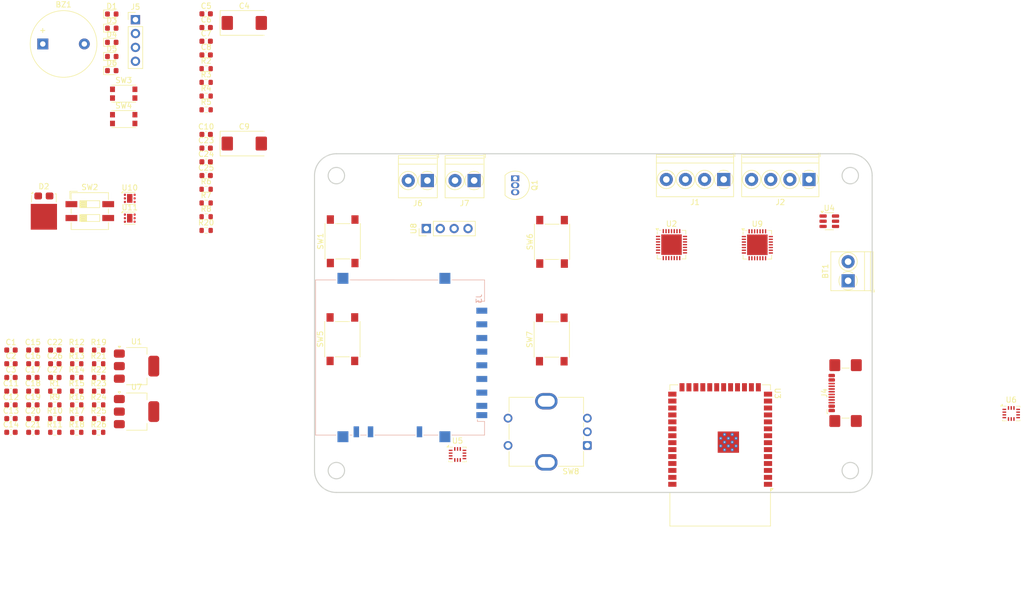
<source format=kicad_pcb>
(kicad_pcb (version 20240108) (generator "pcbnew") (generator_version "8.0")
  (layers (0 "F.Cu" signal) (31 "B.Cu" signal) (34 "B.Paste" user) (35 "F.Paste" user) (36 "B.SilkS" user "B.Silkscreen") (37 "F.SilkS" user "F.Silkscreen") (38 "B.Mask" user) (39 "F.Mask" user) (44 "Edge.Cuts" user))
  (net 0 "")
  (net 1 "VBAT")
  (net 2 "GND")
  (net 3 "/BUZZER")
  (net 4 "+3V3")
  (net 5 "Net-(U2-VCP)")
  (net 6 "Net-(U2-CPO)")
  (net 7 "Net-(U2-CPI)")
  (net 8 "Net-(U3-IO0)")
  (net 9 "/BTN_0")
  (net 10 "/BTN_1")
  (net 11 "/BTN_2")
  (net 12 "/BTN_3")
  (net 13 "/INCR_BTN")
  (net 14 "+5V")
  (net 15 "Net-(U7-VO)")
  (net 16 "Net-(U9-VCP)")
  (net 17 "Net-(U9-CPO)")
  (net 18 "Net-(U9-CPI)")
  (net 19 "Net-(C26-Pad1)")
  (net 20 "Net-(C27-Pad1)")
  (net 21 "Net-(D1-A)")
  (net 22 "Net-(D3-A)")
  (net 23 "Net-(D4-A)")
  (net 24 "Net-(D5-A)")
  (net 25 "Net-(D6-A)")
  (net 26 "/Motor Driver_L/B1")
  (net 27 "/Motor Driver_L/A2")
  (net 28 "/Motor Driver_L/A1")
  (net 29 "/Motor Driver_L/B2")
  (net 30 "/Motor Driver_R/B2")
  (net 31 "/Motor Driver_R/B1")
  (net 32 "/Motor Driver_R/A2")
  (net 33 "/Motor Driver_R/A1")
  (net 34 "/SCLK")
  (net 35 "/MISO")
  (net 36 "/CS_SD")
  (net 39 "/MOSI")
  (net 40 "/D-")
  (net 41 "/D+")
  (net 44 "/SCL")
  (net 45 "Net-(U2-BRA)")
  (net 46 "Net-(U2-BRB)")
  (net 47 "Net-(U9-BRA)")
  (net 48 "Net-(U3-EN)")
  (net 49 "/SDA")
  (net 50 "Net-(U3-IO6)")
  (net 51 "Net-(U9-BRB)")
  (net 52 "Net-(U3-IO7)")
  (net 53 "/SD_DETECT")
  (net 54 "/INCR_A")
  (net 55 "/INCR_B")
  (net 56 "/INDEX_L")
  (net 57 "/DIAG_L")
  (net 58 "/VREF")
  (net 59 "/~{EN}")
  (net 60 "/STEP_L")
  (net 61 "/DIR_L")
  (net 64 "/SPREAD")
  (net 65 "/STEP_R")
  (net 68 "/DIR_R")
  (net 69 "/DIAG_R")
  (net 70 "/Motor Driver_L/MS1_AD1")
  (net 72 "/INDEX_R")
  (net 87 "Net-(J6-Pin_1)")
  (net 88 "/LASER")
  (net 89 "Net-(BT1-+)")
  (net 90 "/Motor Driver_L/MS1_AD0")
  (footprint "Package_TO_SOT_SMD:SOT-223-3_TabPin2" (layer "F.Cu") (at 66.45 107.875)
    (property "Reference" "U1" (at 0 -4.5 0) (layer "F.SilkS"))
    (property "Value" "NCP1117-3.3_SOT223")
    (pad "1" smd roundrect (at -3.15 -2.3) (size 2 1.5) (layers "F.Cu" "F.Paste" "F.Mask") (net 2 "GND"))
    (pad "2" smd roundrect (at -3.15 0) (size 2 1.5) (layers "F.Cu" "F.Paste" "F.Mask") (net 4 "+3V3"))
    (pad "2" smd roundrect (at 3.15 0) (size 2 3.8) (layers "F.Cu" "F.Paste" "F.Mask") (net 4 "+3V3"))
    (pad "3" smd roundrect (at -3.15 2.3) (size 2 1.5) (layers "F.Cu" "F.Paste" "F.Mask") (net 14 "+5V"))
  )
  (footprint "LED_SMD:LED_0603_1608Metric" (layer "F.Cu") (at 61.92 48.6)
    (property "Reference" "D4" (at 0 -1.43 0) (layer "F.SilkS"))
    (property "Value" "LED_SD")
    (pad "1" smd roundrect (at -0.7875 0) (size 0.875 0.95) (layers "F.Cu" "F.Paste" "F.Mask") (net 2 "GND"))
    (pad "2" smd roundrect (at 0.7875 0) (size 0.875 0.95) (layers "F.Cu" "F.Paste" "F.Mask") (net 23 "Net-(D4-A)"))
  )
  (footprint "Resistor_SMD:R_0603_1608Metric" (layer "F.Cu") (at 59.52 112.46)
    (property "Reference" "R23" (at 0 -1.43 0) (layer "F.SilkS"))
    (property "Value" "1k")
    (pad "1" smd roundrect (at -0.825 0) (size 0.8 0.95) (layers "F.Cu" "F.Paste" "F.Mask") (net 24 "Net-(D5-A)"))
    (pad "2" smd roundrect (at 0.825 0) (size 0.8 0.95) (layers "F.Cu" "F.Paste" "F.Mask") (net 4 "+3V3"))
  )
  (footprint "Package_LGA:Bosch_LGA-14_3x2.5mm_P0.5mm" (layer "F.Cu") (at 125.1625 124.05)
    (property "Reference" "U5" (at 0 -2.5 0) (layer "F.SilkS"))
    (property "Value" "IMU_L")
    (pad "1" smd rect (at -1.2625 -0.75) (size 0.675 0.25) (layers "F.Cu" "F.Paste" "F.Mask") (net 2 "GND"))
    (pad "2" smd rect (at -1.2625 -0.25) (size 0.675 0.25) (layers "F.Cu" "F.Paste" "F.Mask"))
    (pad "3" smd rect (at -1.2625 0.25) (size 0.675 0.25) (layers "F.Cu" "F.Paste" "F.Mask"))
    (pad "4" smd rect (at -1.2625 0.75) (size 0.675 0.25) (layers "F.Cu" "F.Paste" "F.Mask"))
    (pad "5" smd rect (at -0.5 1.0125) (size 0.25 0.675) (layers "F.Cu" "F.Paste" "F.Mask") (net 4 "+3V3"))
    (pad "6" smd rect (at 0 1.0125) (size 0.25 0.675) (layers "F.Cu" "F.Paste" "F.Mask") (net 2 "GND"))
    (pad "7" smd rect (at 0.5 1.0125) (size 0.25 0.675) (layers "F.Cu" "F.Paste" "F.Mask") (net 2 "GND"))
    (pad "8" smd rect (at 1.2625 0.75) (size 0.675 0.25) (layers "F.Cu" "F.Paste" "F.Mask") (net 4 "+3V3"))
    (pad "9" smd rect (at 1.2625 0.25) (size 0.675 0.25) (layers "F.Cu" "F.Paste" "F.Mask"))
    (pad "10" smd rect (at 1.2625 -0.25) (size 0.675 0.25) (layers "F.Cu" "F.Paste" "F.Mask"))
    (pad "11" smd rect (at 1.2625 -0.75) (size 0.675 0.25) (layers "F.Cu" "F.Paste" "F.Mask"))
    (pad "12" smd rect (at 0.5 -1.0125) (size 0.25 0.675) (layers "F.Cu" "F.Paste" "F.Mask") (net 4 "+3V3"))
    (pad "13" smd rect (at 0 -1.0125) (size 0.25 0.675) (layers "F.Cu" "F.Paste" "F.Mask") (net 44 "/SCL"))
    (pad "14" smd rect (at -0.5 -1.0125) (size 0.25 0.675) (layers "F.Cu" "F.Paste" "F.Mask") (net 49 "/SDA"))
  )
  (footprint "Capacitor_SMD:C_0603_1608Metric" (layer "F.Cu") (at 43.48 109.95)
    (property "Reference" "C3" (at 0 -1.43 0) (layer "F.SilkS"))
    (property "Value" "100n")
    (pad "1" smd roundrect (at -0.775 0) (size 0.9 0.95) (layers "F.Cu" "F.Paste" "F.Mask") (net 4 "+3V3"))
    (pad "2" smd roundrect (at 0.775 0) (size 0.9 0.95) (layers "F.Cu" "F.Paste" "F.Mask") (net 2 "GND"))
  )
  (footprint "Resistor_SMD:R_0603_1608Metric" (layer "F.Cu") (at 55.51 117.48)
    (property "Reference" "R17" (at 0 -1.43 0) (layer "F.SilkS"))
    (property "Value" "10k")
    (pad "1" smd roundrect (at -0.825 0) (size 0.8 0.95) (layers "F.Cu" "F.Paste" "F.Mask") (net 13 "/INCR_BTN"))
    (pad "2" smd roundrect (at 0.825 0) (size 0.8 0.95) (layers "F.Cu" "F.Paste" "F.Mask") (net 2 "GND"))
  )
  (footprint "TerminalBlock_Phoenix:TerminalBlock_Phoenix_PT-1,5-2-3.5-H_1x02_P3.50mm_Horizontal" (layer "F.Cu") (at 119.65 73.9 180)
    (property "Reference" "J6" (at 1.75 -4.16 0) (layer "F.SilkS"))
    (property "Value" "L1")
    (pad "1" thru_hole rect (at 0 0 180) (size 2.4 2.4) (drill 1.2) (layers "*.Cu" "*.Mask") (net 87 "Net-(J6-Pin_1)"))
    (pad "2" thru_hole circle (at 3.5 0 180) (size 2.4 2.4) (drill 1.2) (layers "*.Cu" "*.Mask") (net 2 "GND"))
  )
  (footprint "Capacitor_SMD:C_0603_1608Metric" (layer "F.Cu") (at 47.49 112.46)
    (property "Reference" "C18" (at 0 -1.43 0) (layer "F.SilkS"))
    (property "Value" "100n")
    (pad "1" smd roundrect (at -0.775 0) (size 0.9 0.95) (layers "F.Cu" "F.Paste" "F.Mask") (net 13 "/INCR_BTN"))
    (pad "2" smd roundrect (at 0.775 0) (size 0.9 0.95) (layers "F.Cu" "F.Paste" "F.Mask") (net 2 "GND"))
  )
  (footprint "Resistor_SMD:R_0603_1608Metric" (layer "F.Cu") (at 55.51 112.46)
    (property "Reference" "R15" (at 0 -1.43 0) (layer "F.SilkS"))
    (property "Value" "10k")
    (pad "1" smd roundrect (at -0.825 0) (size 0.8 0.95) (layers "F.Cu" "F.Paste" "F.Mask") (net 11 "/BTN_2"))
    (pad "2" smd roundrect (at 0.825 0) (size 0.8 0.95) (layers "F.Cu" "F.Paste" "F.Mask") (net 2 "GND"))
  )
  (footprint "Capacitor_SMD:C_0603_1608Metric" (layer "F.Cu") (at 43.48 117.48)
    (property "Reference" "C13" (at 0 -1.43 0) (layer "F.SilkS"))
    (property "Value" "100n")
    (pad "1" smd roundrect (at -0.775 0) (size 0.9 0.95) (layers "F.Cu" "F.Paste" "F.Mask") (net 4 "+3V3"))
    (pad "2" smd roundrect (at 0.775 0) (size 0.9 0.95) (layers "F.Cu" "F.Paste" "F.Mask") (net 2 "GND"))
  )
  (footprint "Package_SON:WSON-6-1EP_2x2mm_P0.65mm_EP1x1.6mm" (layer "F.Cu") (at 65.205 80.79)
    (property "Reference" "U11" (at 0 -1.95 0) (layer "F.SilkS"))
    (property "Value" "TVS1400DRV")
    (pad "1" smd roundrect (at -0.8875 -0.65) (size 0.375 0.4) (layers "F.Cu" "F.Paste" "F.Mask") (net 2 "GND"))
    (pad "2" smd roundrect (at -0.8875 0) (size 0.375 0.4) (layers "F.Cu" "F.Paste" "F.Mask") (net 2 "GND"))
    (pad "3" smd roundrect (at -0.8875 0.65) (size 0.375 0.4) (layers "F.Cu" "F.Paste" "F.Mask") (net 2 "GND"))
    (pad "4" smd roundrect (at 0.8875 0.65) (size 0.375 0.4) (layers "F.Cu" "F.Paste" "F.Mask") (net 14 "+5V"))
    (pad "5" smd roundrect (at 0.8875 0) (size 0.375 0.4) (layers "F.Cu" "F.Paste" "F.Mask") (net 14 "+5V"))
    (pad "6" smd roundrect (at 0.8875 -0.65) (size 0.375 0.4) (layers "F.Cu" "F.Paste" "F.Mask") (net 14 "+5V"))
    (pad "7" smd rect (at 0 0) (size 1 1.6) (property pad_prop_heatsink) (layers "F.Cu" "F.Mask") (net 2 "GND"))
  )
  (footprint "Capacitor_SMD:C_0603_1608Metric" (layer "F.Cu") (at 51.5 104.93)
    (property "Reference" "C22" (at 0 -1.43 0) (layer "F.SilkS"))
    (property "Value" "10u")
    (pad "1" smd roundrect (at -0.775 0) (size 0.9 0.95) (layers "F.Cu" "F.Paste" "F.Mask") (net 15 "Net-(U7-VO)"))
    (pad "2" smd roundrect (at 0.775 0) (size 0.9 0.95) (layers "F.Cu" "F.Paste" "F.Mask") (net 2 "GND"))
  )
  (footprint "TerminalBlock_Phoenix:TerminalBlock_Phoenix_PT-1,5-2-3.5-H_1x02_P3.50mm_Horizontal" (layer "F.Cu") (at 196.6 92.25 90)
    (property "Reference" "BT1" (at 1.75 -4.16 90) (layer "F.SilkS"))
    (property "Value" "Battery")
    (pad "1" thru_hole rect (at 0 0 90) (size 2.4 2.4) (drill 1.2) (layers "*.Cu" "*.Mask") (net 89 "Net-(BT1-+)"))
    (pad "2" thru_hole circle (at 3.5 0 90) (size 2.4 2.4) (drill 1.2) (layers "*.Cu" "*.Mask") (net 2 "GND"))
  )
  (footprint "Button_Switch_SMD:SW_SPST_PTS645" (layer "F.Cu") (at 142.4 103 90)
    (property "Reference" "SW7" (at 0 -4.05 90) (layer "F.SilkS"))
    (property "Value" "BTN_3")
    (pad "1" smd rect (at -3.98 -2.25 90) (size 1.55 1.3) (layers "F.Cu" "F.Paste" "F.Mask") (net 4 "+3V3"))
    (pad "1" smd rect (at 3.98 -2.25 90) (size 1.55 1.3) (layers "F.Cu" "F.Paste" "F.Mask") (net 4 "+3V3"))
    (pad "2" smd rect (at -3.98 2.25 90) (size 1.55 1.3) (layers "F.Cu" "F.Paste" "F.Mask") (net 12 "/BTN_3"))
    (pad "2" smd rect (at 3.98 2.25 90) (size 1.55 1.3) (layers "F.Cu" "F.Paste" "F.Mask") (net 12 "/BTN_3"))
  )
  (footprint "Resistor_SMD:R_0603_1608Metric" (layer "F.Cu") (at 55.51 109.95)
    (property "Reference" "R14" (at 0 -1.43 0) (layer "F.SilkS"))
    (property "Value" "10k")
    (pad "1" smd roundrect (at -0.825 0) (size 0.8 0.95) (layers "F.Cu" "F.Paste" "F.Mask") (net 10 "/BTN_1"))
    (pad "2" smd roundrect (at 0.825 0) (size 0.8 0.95) (layers "F.Cu" "F.Paste" "F.Mask") (net 2 "GND"))
  )
  (footprint "Button_Switch_SMD:SW_SPST_PTS645" (layer "F.Cu") (at 104.1 102.94 90)
    (property "Reference" "SW5" (at 0 -4.05 90) (layer "F.SilkS"))
    (property "Value" "BTN_1")
    (pad "1" smd rect (at -3.98 -2.25 90) (size 1.55 1.3) (layers "F.Cu" "F.Paste" "F.Mask") (net 4 "+3V3"))
    (pad "1" smd rect (at 3.98 -2.25 90) (size 1.55 1.3) (layers "F.Cu" "F.Paste" "F.Mask") (net 4 "+3V3"))
    (pad "2" smd rect (at -3.98 2.25 90) (size 1.55 1.3) (layers "F.Cu" "F.Paste" "F.Mask") (net 10 "/BTN_1"))
    (pad "2" smd rect (at 3.98 2.25 90) (size 1.55 1.3) (layers "F.Cu" "F.Paste" "F.Mask") (net 10 "/BTN_1"))
  )
  (footprint "Capacitor_SMD:C_0603_1608Metric" (layer "F.Cu") (at 79.18 70.48)
    (property "Reference" "C24" (at 0 -1.43 0) (layer "F.SilkS"))
    (property "Value" "100n")
    (pad "1" smd roundrect (at -0.775 0) (size 0.9 0.95) (layers "F.Cu" "F.Paste" "F.Mask") (net 1 "VBAT"))
    (pad "2" smd roundrect (at 0.775 0) (size 0.9 0.95) (layers "F.Cu" "F.Paste" "F.Mask") (net 16 "Net-(U9-VCP)"))
  )
  (footprint "Capacitor_Tantalum_SMD:CP_EIA-7343-30_AVX-N" (layer "F.Cu") (at 86.155 67.13)
    (property "Reference" "C9" (at 0 -3.1 0) (layer "F.SilkS"))
    (property "Value" "100u")
    (pad "1" smd roundrect (at -3.1125 0) (size 2.075 2.55) (layers "F.Cu" "F.Paste" "F.Mask") (roundrect_rratio 0.120482) (net 1 "VBAT"))
    (pad "2" smd roundrect (at 3.1125 0) (size 2.075 2.55) (layers "F.Cu" "F.Paste" "F.Mask") (roundrect_rratio 0.120482) (net 2 "GND"))
  )
  (footprint "Package_TO_SOT_THT:TO-92_Inline" (layer "F.Cu") (at 135.7 73.5 -90)
    (property "Reference" "Q1" (at 1.27 -3.56 90) (layer "F.SilkS"))
    (property "Value" "BC547")
    (pad "1" thru_hole rect (at 0 0 270) (size 1.05 1.5) (drill 0.75) (layers "*.Cu" "*.Mask") (net 4 "+3V3"))
    (pad "2" thru_hole oval (at 1.27 0 270) (size 1.05 1.5) (drill 0.75) (layers "*.Cu" "*.Mask") (net 88 "/LASER"))
    (pad "3" thru_hole oval (at 2.54 0 270) (size 1.05 1.5) (drill 0.75) (layers "*.Cu" "*.Mask") (net 87 "Net-(J6-Pin_1)"))
  )
  (footprint "Capacitor_SMD:C_0603_1608Metric" (layer "F.Cu") (at 43.48 112.46)
    (property "Reference" "C11" (at 0 -1.43 0) (layer "F.SilkS"))
    (property "Value" "100n")
    (pad "1" smd roundrect (at -0.775 0) (size 0.9 0.95) (layers "F.Cu" "F.Paste" "F.Mask") (net 8 "Net-(U3-IO0)"))
    (pad "2" smd roundrect (at 0.775 0) (size 0.9 0.95) (layers "F.Cu" "F.Paste" "F.Mask") (net 2 "GND"))
  )
  (footprint "TerminalBlock_Phoenix:TerminalBlock_Phoenix_PT-1,5-2-3.5-H_1x02_P3.50mm_Horizontal" (layer "F.Cu") (at 128.2 73.9 180)
    (property "Reference" "J7" (at 1.75 -4.16 0) (layer "F.SilkS"))
    (property "Value" "L2")
    (pad "1" thru_hole rect (at 0 0 180) (size 2.4 2.4) (drill 1.2) (layers "*.Cu" "*.Mask") (net 87 "Net-(J6-Pin_1)"))
    (pad "2" thru_hole circle (at 3.5 0 180) (size 2.4 2.4) (drill 1.2) (layers "*.Cu" "*.Mask") (net 2 "GND"))
  )
  (footprint "Button_Switch_SMD:SW_SPST_PTS645" (layer "F.Cu") (at 104.15 85.02 90)
    (property "Reference" "SW1" (at 0 -4.05 90) (layer "F.SilkS"))
    (property "Value" "BTN_0")
    (pad "1" smd rect (at -3.98 -2.25 90) (size 1.55 1.3) (layers "F.Cu" "F.Paste" "F.Mask") (net 4 "+3V3"))
    (pad "1" smd rect (at 3.98 -2.25 90) (size 1.55 1.3) (layers "F.Cu" "F.Paste" "F.Mask") (net 4 "+3V3"))
    (pad "2" smd rect (at -3.98 2.25 90) (size 1.55 1.3) (layers "F.Cu" "F.Paste" "F.Mask") (net 9 "/BTN_0"))
    (pad "2" smd rect (at 3.98 2.25 90) (size 1.55 1.3) (layers "F.Cu" "F.Paste" "F.Mask") (net 9 "/BTN_0"))
  )
  (footprint "Capacitor_SMD:C_0603_1608Metric" (layer "F.Cu") (at 79.18 43.38)
    (property "Reference" "C5" (at 0 -1.43 0) (layer "F.SilkS"))
    (property "Value" "100n")
    (pad "1" smd roundrect (at -0.775 0) (size 0.9 0.95) (layers "F.Cu" "F.Paste" "F.Mask") (net 1 "VBAT"))
    (pad "2" smd roundrect (at 0.775 0) (size 0.9 0.95) (layers "F.Cu" "F.Paste" "F.Mask") (net 2 "GND"))
  )
  (footprint "Resistor_SMD:R_0603_1608Metric" (layer "F.Cu") (at 59.52 117.48)
    (property "Reference" "R25" (at 0 -1.43 0) (layer "F.SilkS"))
    (property "Value" "10k")
    (pad "1" smd roundrect (at -0.825 0) (size 0.8 0.95) (layers "F.Cu" "F.Paste" "F.Mask") (net 20 "Net-(C27-Pad1)"))
    (pad "2" smd roundrect (at 0.825 0) (size 0.8 0.95) (layers "F.Cu" "F.Paste" "F.Mask") (net 54 "/INCR_A"))
  )
  (footprint "Capacitor_SMD:C_0603_1608Metric" (layer "F.Cu") (at 79.18 65.46)
    (property "Reference" "C10" (at 0 -1.43 0) (layer "F.SilkS"))
    (property "Value" "100n")
    (pad "1" smd roundrect (at -0.775 0) (size 0.9 0.95) (layers "F.Cu" "F.Paste" "F.Mask") (net 1 "VBAT"))
    (pad "2" smd roundrect (at 0.775 0) (size 0.9 0.95) (layers "F.Cu" "F.Paste" "F.Mask") (net 2 "GND"))
  )
  (footprint "Resistor_SMD:R_0603_1608Metric" (layer "F.Cu") (at 55.51 119.99)
    (property "Reference" "R18" (at 0 -1.43 0) (layer "F.SilkS"))
    (property "Value" "10k")
    (pad "1" smd roundrect (at -0.825 0) (size 0.8 0.95) (layers "F.Cu" "F.Paste" "F.Mask") (net 4 "+3V3"))
    (pad "2" smd roundrect (at 0.825 0) (size 0.8 0.95) (layers "F.Cu" "F.Paste" "F.Mask") (net 19 "Net-(C26-Pad1)"))
  )
  (footprint "Capacitor_Tantalum_SMD:CP_EIA-7343-30_AVX-N" (layer "F.Cu") (at 86.155 45.05)
    (property "Reference" "C4" (at 0 -3.1 0) (layer "F.SilkS"))
    (property "Value" "100u")
    (pad "1" smd roundrect (at -3.1125 0) (size 2.075 2.55) (layers "F.Cu" "F.Paste" "F.Mask") (roundrect_rratio 0.120482) (net 1 "VBAT"))
    (pad "2" smd roundrect (at 3.1125 0) (size 2.075 2.55) (layers "F.Cu" "F.Paste" "F.Mask") (roundrect_rratio 0.120482) (net 2 "GND"))
  )
  (footprint "Connector_PinHeader_2.54mm:PinHeader_1x04_P2.54mm_Vertical" (layer "F.Cu") (at 66.25 44.45)
    (property "Reference" "J5" (at 0 -2.33 0) (layer "F.SilkS"))
    (property "Value" "Power Probes")
    (pad "1" thru_hole rect (at 0 0) (size 1.7 1.7) (drill 1) (layers "*.Cu" "*.Mask") (net 14 "+5V"))
    (pad "2" thru_hole oval (at 0 2.54) (size 1.7 1.7) (drill 1) (layers "*.Cu" "*.Mask") (net 4 "+3V3"))
    (pad "3" thru_hole oval (at 0 5.08) (size 1.7 1.7) (drill 1) (layers "*.Cu" "*.Mask") (net 2 "GND"))
    (pad "4" thru_hole oval (at 0 7.62) (size 1.7 1.7) (drill 1) (layers "*.Cu" "*.Mask") (net 2 "GND"))
  )
  (footprint "Resistor_SMD:R_0603_1608Metric" (layer "F.Cu") (at 79.18 75.5)
    (property "Reference" "R6" (at 0 -1.43 0) (layer "F.SilkS"))
    (property "Value" "10k")
    (pad "1" smd roundrect (at -0.825 0) (size 0.8 0.95) (layers "F.Cu" "F.Paste" "F.Mask") (net 90 "/Motor Driver_L/MS1_AD0"))
    (pad "2" smd roundrect (at 0.825 0) (size 0.8 0.95) (layers "F.Cu" "F.Paste" "F.Mask") (net 2 "GND"))
  )
  (footprint "Capacitor_SMD:C_0603_1608Metric" (layer "F.Cu") (at 79.18 48.4)
    (property "Reference" "C7" (at 0 -1.43 0) (layer "F.SilkS"))
    (property "Value" "100n")
    (pad "1" smd roundrect (at -0.775 0) (size 0.9 0.95) (layers "F.Cu" "F.Paste" "F.Mask") (net 1 "VBAT"))
    (pad "2" smd roundrect (at 0.775 0) (size 0.9 0.95) (layers "F.Cu" "F.Paste" "F.Mask") (net 5 "Net-(U2-VCP)"))
  )
  (footprint "Capacitor_SMD:C_0603_1608Metric" (layer "F.Cu") (at 79.18 45.89)
    (property "Reference" "C6" (at 0 -1.43 0) (layer "F.SilkS"))
    (property "Value" "100n")
    (pad "1" smd roundrect (at -0.775 0) (size 0.9 0.95) (layers "F.Cu" "F.Paste" "F.Mask") (net 1 "VBAT"))
    (pad "2" smd roundrect (at 0.775 0) (size 0.9 0.95) (layers "F.Cu" "F.Paste" "F.Mask") (net 2 "GND"))
  )
  (footprint "Capacitor_SMD:C_0603_1608Metric" (layer "F.Cu") (at 47.49 107.44)
    (property "Reference" "C16" (at 0 -1.43 0) (layer "F.SilkS"))
    (property "Value" "100n")
    (pad "1" smd roundrect (at -0.775 0) (size 0.9 0.95) (layers "F.Cu" "F.Paste" "F.Mask") (net 11 "/BTN_2"))
    (pad "2" smd roundrect (at 0.775 0) (size 0.9 0.95) (layers "F.Cu" "F.Paste" "F.Mask") (net 2 "GND"))
  )
  (footprint "Resistor_SMD:R_0603_1608Metric" (layer "F.Cu") (at 51.5 119.99)
    (property "Reference" "R11" (at 0 -1.43 0) (layer "F.SilkS"))
    (property "Value" "10k")
    (pad "1" smd roundrect (at -0.825 0) (size 0.8 0.95) (layers "F.Cu" "F.Paste" "F.Mask") (net 4 "+3V3"))
    (pad "2" smd roundrect (at 0.825 0) (size 0.8 0.95) (layers "F.Cu" "F.Paste" "F.Mask") (net 49 "/SDA"))
  )
  (footprint "Capacitor_SMD:C_0603_1608Metric" (layer "F.Cu") (at 47.49 119.99)
    (property "Reference" "C21" (at 0 -1.43 0) (layer "F.SilkS"))
    (property "Value" "10u")
    (pad "1" smd roundrect (at -0.775 0) (size 0.9 0.95) (layers "F.Cu" "F.Paste" "F.Mask") (net 1 "VBAT"))
    (pad "2" smd roundrect (at 0.775 0) (size 0.9 0.95) (layers "F.Cu" "F.Paste" "F.Mask") (net 2 "GND"))
  )
  (footprint "Resistor_SMD:R_0603_1608Metric" (layer "F.Cu") (at 59.52 119.99)
    (property "Reference" "R26" (at 0 -1.43 0) (layer "F.SilkS"))
    (property "Value" "10k")
    (pad "1" smd roundrect (at -0.825 0) (size 0.8 0.95) (layers "F.Cu" "F.Paste" "F.Mask") (net 19 "Net-(C26-Pad1)"))
    (pad "2" smd roundrect (at 0.825 0) (size 0.8 0.95) (layers "F.Cu" "F.Paste" "F.Mask") (net 55 "/INCR_B"))
  )
  (footprint "LED_SMD:LED_0603_1608Metric" (layer "F.Cu") (at 61.92 51.19)
    (property "Reference" "D5" (at 0 -1.43 0) (layer "F.SilkS"))
    (property "Value" "LED_3V3")
    (pad "1" smd roundrect (at -0.7875 0) (size 0.875 0.95) (layers "F.Cu" "F.Paste" "F.Mask") (net 2 "GND"))
    (pad "2" smd roundrect (at 0.7875 0) (size 0.875 0.95) (layers "F.Cu" "F.Paste" "F.Mask") (net 24 "Net-(D5-A)"))
  )
  (footprint "Package_DFN_QFN:QFN-28-1EP_5x5mm_P0.5mm_EP3.75x3.75mm" (layer "F.Cu") (at 180 85.6625)
    (property "Reference" "U9" (at 0 -3.81 0) (layer "F.SilkS"))
    (property "Value" "TMC2209")
    (pad "1" smd roundrect (at -2.4625 -1.5) (size 0.775 0.25) (layers "F.Cu" "F.Paste" "F.Mask") (net 30 "/Motor Driver_R/B2"))
    (pad "2" smd roundrect (at -2.4625 -1) (size 0.775 0.25) (layers "F.Cu" "F.Paste" "F.Mask") (net 59 "/~{EN}"))
    (pad "3" smd roundrect (at -2.4625 -0.5) (size 0.775 0.25) (layers "F.Cu" "F.Paste" "F.Mask") (net 2 "GND"))
    (pad "4" smd roundrect (at -2.4625 0) (size 0.775 0.25) (layers "F.Cu" "F.Paste" "F.Mask") (net 17 "Net-(U9-CPO)"))
    (pad "5" smd roundrect (at -2.4625 0.5) (size 0.775 0.25) (layers "F.Cu" "F.Paste" "F.Mask") (net 18 "Net-(U9-CPI)"))
    (pad "6" smd roundrect (at -2.4625 1) (size 0.775 0.25) (layers "F.Cu" "F.Paste" "F.Mask") (net 16 "Net-(U9-VCP)"))
    (pad "7" smd roundrect (at -2.4625 1.5) (size 0.775 0.25) (layers "F.Cu" "F.Paste" "F.Mask") (net 64 "/SPREAD"))
    (pad "8" smd roundrect (at -1.5 2.4625) (size 0.25 0.775) (layers "F.Cu" "F.Paste" "F.Mask") (net 14 "+5V"))
    (pad "9" smd roundrect (at -1 2.4625) (size 0.25 0.775) (layers "F.Cu" "F.Paste" "F.Mask") (net 70 "/Motor Driver_L/MS1_AD1"))
    (pad "10" smd roundrect (at -0.5 2.4625) (size 0.25 0.775) (layers "F.Cu" "F.Paste" "F.Mask") (net 90 "/Motor Driver_L/MS1_AD0"))
    (pad "11" smd roundrect (at 0 2.4625) (size 0.25 0.775) (layers "F.Cu" "F.Paste" "F.Mask") (net 69 "/DIAG_R"))
    (pad "12" smd roundrect (at 0.5 2.4625) (size 0.25 0.775) (layers "F.Cu" "F.Paste" "F.Mask") (net 72 "/INDEX_R"))
    (pad "13" smd roundrect (at 1 2.4625) (size 0.25 0.775) (layers "F.Cu" "F.Paste" "F.Mask") (net 2 "GND"))
    (pad "14" smd roundrect (at 1.5 2.4625) (size 0.25 0.775) (layers "F.Cu" "F.Paste" "F.Mask"))
    (pad "15" smd roundrect (at 2.4625 1.5) (size 0.775 0.25) (layers "F.Cu" "F.Paste" "F.Mask") (net 4 "+3V3"))
    (pad "16" smd roundrect (at 2.4625 1) (size 0.775 0.25) (layers "F.Cu" "F.Paste" "F.Mask") (net 65 "/STEP_R"))
    (pad "17" smd roundrect (at 2.4625 0.5) (size 0.775 0.25) (layers "F.Cu" "F.Paste" "F.Mask") (net 58 "/VREF"))
    (pad "18" smd roundrect (at 2.4625 0) (size 0.775 0.25) (layers "F.Cu" "F.Paste" "F.Mask") (net 2 "GND"))
    (pad "19" smd roundrect (at 2.4625 -0.5) (size 0.775 0.25) (layers "F.Cu" "F.Paste" "F.Mask") (net 68 "/DIR_R"))
    (pad "20" smd roundrect (at 2.4625 -1) (size 0.775 0.25) (layers "F.Cu" "F.Paste" "F.Mask"))
    (pad "21" smd roundrect (at 2.4625 -1.5) (size 0.775 0.25) (layers "F.Cu" "F.Paste" "F.Mask") (net 32 "/Motor Driver_R/A2"))
    (pad "22" smd roundrect (at 1.5 -2.4625) (size 0.25 0.775) (layers "F.Cu" "F.Paste" "F.Mask") (net 1 "VBAT"))
    (pad "23" smd roundrect (at 1 -2.4625) (size 0.25 0.775) (layers "F.Cu" "F.Paste" "F.Mask") (net 47 "Net-(U9-BRA)"))
    (pad "24" smd roundrect (at 0.5 -2.4625) (size 0.25 0.775) (layers "F.Cu" "F.Paste" "F.Mask") (net 33 "/Motor Driver_R/A1"))
    (pad "25" smd roundrect (at 0 -2.4625) (size 0.25 0.775) (layers "F.Cu" "F.Paste" "F.Mask"))
    (pad "26" smd roundrect (at -0.5 -2.4625) (size 0.25 0.775) (layers "F.Cu" "F.Paste" "F.Mask") (net 31 "/Motor Driver_R/B1"))
    (pad "27" smd roundrect (at -1 -2.4625) (size 0.25 0.775) (layers "F.Cu" "F.Paste" "F.Mask") (net 51 "Net-(U9-BRB)"))
    (pad "28" smd roundrect (at -1.5 -2.4625) (size 0.25 0.775) (layers "F.Cu" "F.Paste" "F.Mask") (net 1 "VBAT"))
    (pad "29" smd rect (at 0 0) (size 3.75 3.75) (property pad_prop_heatsink) (layers "F.Cu" "F.Mask") (net 2 "GND"))
  )
  (footprint "Package_TO_SOT_SMD:TO-277A" (layer "F.Cu") (at 49.5 79.49)
    (property "Reference" "D2" (at 0 -4.5 180) (layer "F.SilkS"))
    (property "Value" "D_Schottky")
    (pad "1" smd roundrect (at -1.04 -2.765) (size 1.4 1.27) (layers "F.Cu" "F.Paste" "F.Mask") (net 1 "VBAT"))
    (pad "2" smd roundrect (at 1.04 -2.765) (size 1.4 1.27) (layers "F.Cu" "F.Paste" "F.Mask") (net 89 "Net-(BT1-+)"))
    (pad "3" smd rect (at 0 1.04) (size 4.8 4.72) (layers "F.Cu" "F.Mask"))
  )
  (footprint "Button_Switch_SMD:SW_Push_1P1T_NO_CK_KMR2" (layer "F.Cu") (at 64.1 62.65)
    (property "Reference" "SW4" (at 0 -2.45 0) (layer "F.SilkS"))
    (property "Value" "BOOT")
    (pad "1" smd rect (at -2.05 -0.8) (size 0.9 1) (layers "F.Cu" "F.Paste" "F.Mask") (net 2 "GND"))
    (pad "1" smd rect (at 2.05 -0.8) (size 0.9 1) (layers "F.Cu" "F.Paste" "F.Mask") (net 2 "GND"))
    (pad "2" smd rect (at -2.05 0.8) (size 0.9 1) (layers "F.Cu" "F.Paste" "F.Mask") (net 8 "Net-(U3-IO0)"))
    (pad "2" smd rect (at 2.05 0.8) (size 0.9 1) (layers "F.Cu" "F.Paste" "F.Mask") (net 8 "Net-(U3-IO0)"))
  )
  (footprint "Capacitor_SMD:C_0603_1608Metric" (layer "F.Cu") (at 43.48 104.93)
    (property "Reference" "C1" (at 0 -1.43 0) (layer "F.SilkS"))
    (property "Value" "100n")
    (pad "1" smd roundrect (at -0.775 0) (size 0.9 0.95) (layers "F.Cu" "F.Paste" "F.Mask") (net 4 "+3V3"))
    (pad "2" smd roundrect (at 0.775 0) (size 0.9 0.95) (layers "F.Cu" "F.Paste" "F.Mask") (net 2 "GND"))
  )
  (footprint "Resistor_SMD:R_0603_1608Metric" (layer "F.Cu") (at 79.18 55.93)
    (property "Reference" "R3" (at 0 -1.43 0) (layer "F.SilkS"))
    (property "Value" "10k")
    (pad "1" smd roundrect (at -0.825 0) (size 0.8 0.95) (layers "F.Cu" "F.Paste" "F.Mask") (net 90 "/Motor Driver_L/MS1_AD0"))
    (pad "2" smd roundrect (at 0.825 0) (size 0.8 0.95) (layers "F.Cu" "F.Paste" "F.Mask") (net 2 "GND"))
  )
  (footprint "Resistor_SMD:R_0603_1608Metric" (layer "F.Cu") (at 51.5 112.46)
    (property "Reference" "R1" (at 0 -1.43 0) (layer "F.SilkS"))
    (property "Value" "10k")
    (pad "1" smd roundrect (at -0.825 0) (size 0.8 0.95) (layers "F.Cu" "F.Paste" "F.Mask") (net 4 "+3V3"))
    (pad "2" smd roundrect (at 0.825 0) (size 0.8 0.95) (layers "F.Cu" "F.Paste" "F.Mask") (net 44 "/SCL"))
  )
  (footprint "Capacitor_SMD:C_0603_1608Metric" (layer "F.Cu") (at 51.5 107.44)
    (property "Reference" "C26" (at 0 -1.43 0) (layer "F.SilkS"))
    (property "Value" "10n")
    (pad "1" smd roundrect (at -0.775 0) (size 0.9 0.95) (layers "F.Cu" "F.Paste" "F.Mask") (net 19 "Net-(C26-Pad1)"))
    (pad "2" smd roundrect (at 0.775 0) (size 0.9 0.95) (layers "F.Cu" "F.Paste" "F.Mask") (net 2 "GND"))
  )
  (footprint "Resistor_SMD:R_0603_1608Metric" (layer "F.Cu") (at 79.18 60.95)
    (property "Reference" "R5" (at 0 -1.43 0) (layer "F.SilkS"))
    (property "Value" "330m")
    (pad "1" smd roundrect (at -0.825 0) (size 0.8 0.95) (layers "F.Cu" "F.Paste" "F.Mask") (net 46 "Net-(U2-BRB)"))
    (pad "2" smd roundrect (at 0.825 0) (size 0.8 0.95) (layers "F.Cu" "F.Paste" "F.Mask") (net 2 "GND"))
  )
  (footprint "Package_LGA:Bosch_LGA-14_3x2.5mm_P0.5mm" (layer "F.Cu") (at 226.4375 116.55)
    (property "Reference" "U6" (at 0 -2.5 0) (layer "F.SilkS"))
    (property "Value" "IMU_R")
    (pad "1" smd rect (at -1.2625 -0.75) (size 0.675 0.25) (layers "F.Cu" "F.Paste" "F.Mask") (net 4 "+3V3"))
    (pad "2" smd rect (at -1.2625 -0.25) (size 0.675 0.25) (layers "F.Cu" "F.Paste" "F.Mask"))
    (pad "3" smd rect (at -1.2625 0.25) (size 0.675 0.25) (layers "F.Cu" "F.Paste" "F.Mask"))
    (pad "4" smd rect (at -1.2625 0.75) (size 0.675 0.25) (layers "F.Cu" "F.Paste" "F.Mask"))
    (pad "5" smd rect (at -0.5 1.0125) (size 0.25 0.675) (layers "F.Cu" "F.Paste" "F.Mask") (net 4 "+3V3"))
    (pad "6" smd rect (at 0 1.0125) (size 0.25 0.675) (layers "F.Cu" "F.Paste" "F.Mask") (net 2 "GND"))
    (pad "7" smd rect (at 0.5 1.0125) (size 0.25 0.675) (layers "F.Cu" "F.Paste" "F.Mask") (net 2 "GND"))
    (pad "8" smd rect (at 1.2625 0.75) (size 0.675 0.25) (layers "F.Cu" "F.Paste" "F.Mask") (net 4 "+3V3"))
    (pad "9" smd rect (at 1.2625 0.25) (size 0.675 0.25) (layers "F.Cu" "F.Paste" "F.Mask"))
    (pad "10" smd rect (at 1.2625 -0.25) (size 0.675 0.25) (layers "F.Cu" "F.Paste" "F.Mask"))
    (pad "11" smd rect (at 1.2625 -0.75) (size 0.675 0.25) (layers "F.Cu" "F.Paste" "F.Mask"))
    (pad "12" smd rect (at 0.5 -1.0125) (size 0.25 0.675) (layers "F.Cu" "F.Paste" "F.Mask") (net 4 "+3V3"))
    (pad "13" smd rect (at 0 -1.0125) (size 0.25 0.675) (layers "F.Cu" "F.Paste" "F.Mask") (net 44 "/SCL"))
    (pad "14" smd rect (at -0.5 -1.0125) (size 0.25 0.675) (layers "F.Cu" "F.Paste" "F.Mask") (net 49 "/SDA"))
  )
  (footprint "Capacitor_SMD:C_0603_1608Metric" (layer "F.Cu") (at 51.5 109.95)
    (property "Reference" "C27" (at 0 -1.43 0) (layer "F.SilkS"))
    (property "Value" "10n")
    (pad "1" smd roundrect (at -0.775 0) (size 0.9 0.95) (layers "F.Cu" "F.Paste" "F.Mask") (net 20 "Net-(C27-Pad1)"))
    (pad "2" smd roundrect (at 0.775 0) (size 0.9 0.95) (layers "F.Cu" "F.Paste" "F.Mask") (net 2 "GND"))
  )
  (footprint "Resistor_SMD:R_0603_1608Metric" (layer "F.Cu") (at 79.18 58.44)
    (property "Reference" "R4" (at 0 -1.43 0) (layer "F.SilkS"))
    (property "Value" "330m")
    (pad "1" smd roundrect (at -0.825 0) (size 0.8 0.95) (layers "F.Cu" "F.Paste" "F.Mask") (net 45 "Net-(U2-BRA)"))
    (pad "2" smd roundrect (at 0.825 0) (size 0.8 0.95) (layers "F.Cu" "F.Paste" "F.Mask") (net 2 "GND"))
  )
  (footprint "Resistor_SMD:R_0603_1608Metric" (layer "F.Cu") (at 59.52 109.95)
    (property "Reference" "R22" (at 0 -1.43 0) (layer "F.SilkS"))
    (property "Value" "1k")
    (pad "1" smd roundrect (at -0.825 0) (size 0.8 0.95) (layers "F.Cu" "F.Paste" "F.Mask") (net 23 "Net-(D4-A)"))
    (pad "2" smd roundrect (at 0.825 0) (size 0.8 0.95) (layers "F.Cu" "F.Paste" "F.Mask") (net 53 "/SD_DETECT"))
  )
  (footprint "LED_SMD:LED_0603_1608Metric" (layer "F.Cu") (at 61.92 53.78)
    (property "Reference" "D6" (at 0 -1.43 0) (layer "F.SilkS"))
    (property "Value" "LED_5V")
    (pad "1" smd roundrect (at -0.7875 0) (size 0.875 0.95) (layers "F.Cu" "F.Paste" "F.Mask") (net 2 "GND"))
    (pad "2" smd roundrect (at 0.7875 0) (size 0.875 0.95) (layers "F.Cu" "F.Paste" "F.Mask") (net 25 "Net-(D6-A)"))
  )
  (footprint "Resistor_SMD:R_0603_1608Metric" (layer "F.Cu") (at 59.52 104.93)
    (property "Reference" "R19" (at 0 -1.43 0) (layer "F.SilkS"))
    (property "Value" "10k")
    (pad "1" smd roundrect (at -0.825 0) (size 0.8 0.95) (layers "F.Cu" "F.Paste" "F.Mask") (net 4 "+3V3"))
    (pad "2" smd roundrect (at 0.825 0) (size 0.8 0.95) (layers "F.Cu" "F.Paste" "F.Mask") (net 20 "Net-(C27-Pad1)"))
  )
  (footprint "Resistor_SMD:R_0603_1608Metric" (layer "F.Cu") (at 59.52 107.44)
    (property "Reference" "R21" (at 0 -1.43 0) (layer "F.SilkS"))
    (property "Value" "1k")
    (pad "1" smd roundrect (at -0.825 0) (size 0.8 0.95) (layers "F.Cu" "F.Paste" "F.Mask") (net 22 "Net-(D3-A)"))
    (pad "2" smd roundrect (at 0.825 0) (size 0.8 0.95) (layers "F.Cu" "F.Paste" "F.Mask") (net 52 "Net-(U3-IO7)"))
  )
  (footprint "Resistor_SMD:R_0603_1608Metric" (layer "F.Cu") (at 51.5 114.97)
    (property "Reference" "R9" (at 0 -1.43 0) (layer "F.SilkS"))
    (property "Value" "10k")
    (pad "1" smd roundrect (at -0.825 0) (size 0.8 0.95) (layers "F.Cu" "F.Paste" "F.Mask") (net 4 "+3V3"))
    (pad "2" smd roundrect (at 0.825 0) (size 0.8 0.95) (layers "F.Cu" "F.Paste" "F.Mask") (net 48 "Net-(U3-EN)"))
  )
  (footprint "Capacitor_SMD:C_0603_1608Metric" (layer "F.Cu") (at 43.48 119.99)
    (property "Reference" "C14" (at 0 -1.43 0) (layer "F.SilkS"))
    (property "Value" "100n")
    (pad "1" smd roundrect (at -0.775 0) (size 0.9 0.95) (layers "F.Cu" "F.Paste" "F.Mask") (net 9 "/BTN_0"))
    (pad "2" smd roundrect (at 0.775 0) (size 0.9 0.95) (layers "F.Cu" "F.Paste" "F.Mask") (net 2 "GND"))
  )
  (footprint "Button_Switch_SMD:SW_Push_1P1T_NO_CK_KMR2" (layer "F.Cu") (at 64.1 58)
    (property "Reference" "SW3" (at 0 -2.45 0) (layer "F.SilkS"))
    (property "Value" "RST")
    (pad "1" smd rect (at -2.05 -0.8) (size 0.9 1) (layers "F.Cu" "F.Paste" "F.Mask") (net 2 "GND"))
    (pad "1" smd rect (at 2.05 -0.8) (size 0.9 1) (layers "F.Cu" "F.Paste" "F.Mask") (net 2 "GND"))
    (pad "2" smd rect (at -2.05 0.8) (size 0.9 1) (layers "F.Cu" "F.Paste" "F.Mask") (net 48 "Net-(U3-EN)"))
    (pad "2" smd rect (at 2.05 0.8) (size 0.9 1) (layers "F.Cu" "F.Paste" "F.Mask") (net 48 "Net-(U3-EN)"))
  )
  (footprint "TerminalBlock_Phoenix:TerminalBlock_Phoenix_PT-1,5-4-3.5-H_1x04_P3.50mm_Horizontal" (layer "F.Cu") (at 173.85 73.7 180)
    (property "Reference" "J1" (at 5.25 -4.16 0) (layer "F.SilkS"))
    (property "Value" "MOT_L")
    (pad "1" thru_hole rect (at 0 0 180) (size 2.4 2.4) (drill 1.2) (layers "*.Cu" "*.Mask") (net 28 "/Motor Driver_L/A1"))
    (pad "2" thru_hole circle (at 3.5 0 180) (size 2.4 2.4) (drill 1.2) (layers "*.Cu" "*.Mask") (net 27 "/Motor Driver_L/A2"))
    (pad "3" thru_hole circle (at 7 0 180) (size 2.4 2.4) (drill 1.2) (layers "*.Cu" "*.Mask") (net 26 "/Motor Driver_L/B1"))
    (pad "4" thru_hole circle (at 10.5 0 180) (size 2.4 2.4) (drill 1.2) (layers "*.Cu" "*.Mask") (net 29 "/Motor Driver_L/B2"))
  )
  (footprint "Package_DFN_QFN:QFN-28-1EP_5x5mm_P0.5mm_EP3.75x3.75mm" (layer "F.Cu") (at 164.3 85.6375)
    (property "Reference" "U2" (at 0 -3.81 0) (layer "F.SilkS"))
    (property "Value" "TMC2209")
    (pad "1" smd roundrect (at -2.4625 -1.5) (size 0.775 0.25) (layers "F.Cu" "F.Paste" "F.Mask") (net 29 "/Motor Driver_L/B2"))
    (pad "2" smd roundrect (at -2.4625 -1) (size 0.775 0.25) (layers "F.Cu" "F.Paste" "F.Mask") (net 59 "/~{EN}"))
    (pad "3" smd roundrect (at -2.4625 -0.5) (size 0.775 0.25) (layers "F.Cu" "F.Paste" "F.Mask") (net 2 "GND"))
    (pad "4" smd roundrect (at -2.4625 0) (size 0.775 0.25) (layers "F.Cu" "F.Paste" "F.Mask") (net 6 "Net-(U2-CPO)"))
    (pad "5" smd roundrect (at -2.4625 0.5) (size 0.775 0.25) (layers "F.Cu" "F.Paste" "F.Mask") (net 7 "Net-(U2-CPI)"))
    (pad "6" smd roundrect (at -2.4625 1) (size 0.775 0.25) (layers "F.Cu" "F.Paste" "F.Mask") (net 5 "Net-(U2-VCP)"))
    (pad "7" smd roundrect (at -2.4625 1.5) (size 0.775 0.25) (layers "F.Cu" "F.Paste" "F.Mask") (net 64 "/SPREAD"))
    (pad "8" smd roundrect (at -1.5 2.4625) (size 0.25 0.775) (layers "F.Cu" "F.Paste" "F.Mask") (net 14 "+5V"))
    (pad "9" smd roundrect (at -1 2.4625) (size 0.25 0.775) (layers "F.Cu" "F.Paste" "F.Mask") (net 90 "/Motor Driver_L/MS1_AD0"))
    (pad "10" smd roundrect (at -0.5 2.4625) (size 0.25 0.775) (layers "F.Cu" "F.Paste" "F.Mask") (net 70 "/Motor Driver_L/MS1_AD1"))
    (pad "11" smd roundrect (at 0 2.4625) (size 0.25 0.775) (layers "F.Cu" "F.Paste" "F.Mask") (net 57 "/DIAG_L"))
    (pad "12" smd roundrect (at 0.5 2.4625) (size 0.25 0.775) (layers "F.Cu" "F.Paste" "F.Mask") (net 56 "/INDEX_L"))
    (pad "13" smd roundrect (at 1 2.4625) (size 0.25 0.775) (layers "F.Cu" "F.Paste" "F.Mask") (net 2 "GND"))
    (pad "14" smd roundrect (at 1.5 2.4625) (size 0.25 0.775) (layers "F.Cu" "F.Paste" "F.Mask"))
    (pad "15" smd roundrect (at 2.4625 1.5) (size 0.775 0.25) (layers "F.Cu" "F.Paste" "F.Mask") (net 4 "+3V3"))
    (pad "16" smd roundrect (at 2.4625 1) (size 0.775 0.25) (layers "F.Cu" "F.Paste" "F.Mask") (net 60 "/STEP_L"))
    (pad "17" smd roundrect (at 2.4625 0.5) (size 0.775 0.25) (layers "F.Cu" "F.Paste" "F.Mask") (net 58 "/VREF"))
    (pad "18" smd roundrect (at 2.4625 0) (size 0.775 0.25) (layers "F.Cu" "F.Paste" "F.Mask") (net 2 "GND"))
    (pad "19" smd roundrect (at 2.4625 -0.5) (size 0.775 0.25) (layers "F.Cu" "F.Paste" "F.Mask") (net 61 "/DIR_L"))
    (pad "20" smd roundrect (at 2.4625 -1) (size 0.775 0.25) (layers "F.Cu" "F.Paste" "F.Mask"))
    (pad "21" smd roundrect (at 2.4625 -1.5) (size 0.775 0.25) (layers "F.Cu" "F.Paste" "F.Mask") (net 27 "/Motor Driver_L/A2"))
    (pad "22" smd roundrect (at 1.5 -2.4625) (size 0.25 0.775) (layers "F.Cu" "F.Paste" "F.Mask") (net 1 "VBAT"))
    (pad "23" smd roundrect (at 1 -2.4625) (size 0.25 0.775) (layers "F.Cu" "F.Paste" "F.Mask") (net 45 "Net-(U2-BRA)"))
    (pad "24" smd roundrect (at 0.5 -2.4625) (size 0.25 0.775) (layers "F.Cu" "F.Paste" "F.Mask") (net 28 "/Motor Driver_L/A1"))
    (pad "25" smd roundrect (at 0 -2.4625) (size 0.25 0.775) (layers "F.Cu" "F.Paste" "F.Mask"))
    (pad "26" smd roundrect (at -0.5 -2.4625) (size 0.25 0.775) (layers "F.Cu" "F.Paste" "F.Mask") (net 26 "/Motor Driver_L/B1"))
    (pad "27" smd roundrect (at -1 -2.4625) (size 0.25 0.775) (layers "F.Cu" "F.Paste" "F.Mask") (net 46 "Net-(U2-BRB)"))
    (pad "28" smd roundrect (at -1.5 -2.4625) (size 0.25 0.775) (layers "F.Cu" "F.Paste" "F.Mask") (net 1 "VBAT"))
    (pad "29" smd rect (at 0 0) (size 3.75 3.75) (property pad_prop_heatsink) (layers "F.Cu" "F.Mask") (net 2 "GND"))
  )
  (footprint "Resistor_SMD:R_0603_1608Metric" (layer "F.Cu") (at 79.18 78.01)
    (property "Reference" "R7" (at 0 -1.43 0) (layer "F.SilkS"))
    (property "Value" "10k")
    (pad "1" smd roundrect (at -0.825 0) (size 0.8 0.95) (layers "F.Cu" "F.Paste" "F.Mask") (net 70 "/Motor Driver_L/MS1_AD1"))
    (pad "2" smd roundrect (at 0.825 0) (size 0.8 0.95) (layers "F.Cu" "F.Paste" "F.Mask") (net 2 "GND"))
  )
  (footprint "Resistor_SMD:R_0603_1608Metric" (layer "F.Cu") (at 79.18 83.03)
    (property "Reference" "R20" (at 0 -1.43 0) (layer "F.SilkS"))
    (property "Value" "330m")
    (pad "1" smd roundrect (at -0.825 0) (size 0.8 0.95) (layers "F.Cu" "F.Paste" "F.Mask") (net 51 "Net-(U9-BRB)"))
    (pad "2" smd roundrect (at 0.825 0) (size 0.8 0.95) (layers "F.Cu" "F.Paste" "F.Mask") (net 2 "GND"))
  )
  (footprint "Capacitor_SMD:C_0603_1608Metric" (layer "F.Cu") (at 47.49 109.95)
    (property "Reference" "C17" (at 0 -1.43 0) (layer "F.SilkS"))
    (property "Value" "100n")
    (pad "1" smd roundrect (at -0.775 0) (size 0.9 0.95) (layers "F.Cu" "F.Paste" "F.Mask") (net 12 "/BTN_3"))
    (pad "2" smd roundrect (at 0.775 0) (size 0.9 0.95) (layers "F.Cu" "F.Paste" "F.Mask") (net 2 "GND"))
  )
  (footprint "LED_SMD:LED_0603_1608Metric" (layer "F.Cu") (at 61.92 46.01)
    (property "Reference" "D3" (at 0 -1.43 0) (layer "F.SilkS"))
    (property "Value" "LED_0")
    (pad "1" smd roundrect (at -0.7875 0) (size 0.875 0.95) (layers "F.Cu" "F.Paste" "F.Mask") (net 2 "GND"))
    (pad "2" smd roundrect (at 0.7875 0) (size 0.875 0.95) (layers "F.Cu" "F.Paste" "F.Mask") (net 22 "Net-(D3-A)"))
  )
  (footprint "Capacitor_SMD:C_0603_1608Metric" (layer "F.Cu") (at 47.49 117.48)
    (property "Reference" "C20" (at 0 -1.43 0) (layer "F.SilkS"))
    (property "Value" "10u")
    (pad "1" smd roundrect (at -0.775 0) (size 0.9 0.95) (layers "F.Cu" "F.Paste" "F.Mask") (net 4 "+3V3"))
    (pad "2" smd roundrect (at 0.775 0) (size 0.9 0.95) (layers "F.Cu" "F.Paste" "F.Mask") (net 2 "GND"))
  )
  (footprint "Capacitor_SMD:C_0603_1608Metric" (layer "F.Cu") (at 47.49 114.97)
    (property "Reference" "C19" (at 0 -1.43 0) (layer "F.SilkS"))
    (property "Value" "10u")
    (pad "1" smd roundrect (at -0.775 0) (size 0.9 0.95) (layers "F.Cu" "F.Paste" "F.Mask") (net 14 "+5V"))
    (pad "2" smd roundrect (at 0.775 0) (size 0.9 0.95) (layers "F.Cu" "F.Paste" "F.Mask") (net 2 "GND"))
  )
  (footprint "Package_TO_SOT_SMD:SOT-223-3_TabPin2" (layer "F.Cu") (at 66.45 116.2)
    (property "Reference" "U7" (at 0 -4.5 0) (layer "F.SilkS"))
    (property "Value" "NCP1117-3.3_SOT223")
    (pad "1" smd roundrect (at -3.15 -2.3) (size 2 1.5) (layers "F.Cu" "F.Paste" "F.Mask") (net 2 "GND"))
    (pad "2" smd roundrect (at -3.15 0) (size 2 1.5) (layers "F.Cu" "F.Paste" "F.Mask") (net 15 "Net-(U7-VO)"))
    (pad "2" smd roundrect (at 3.15 0) (size 2 3.8) (layers "F.Cu" "F.Paste" "F.Mask") (net 15 "Net-(U7-VO)"))
    (pad "3" smd roundrect (at -3.15 2.3) (size 2 1.5) (layers "F.Cu" "F.Paste" "F.Mask") (net 1 "VBAT"))
  )
  (footprint "Package_SON:WSON-6-1EP_2x2mm_P0.65mm_EP1x1.6mm" (layer "F.Cu") (at 65.205 77.165)
    (property "Reference" "U10" (at 0 -1.95 0) (layer "F.SilkS"))
    (property "Value" "TVS1400DRV")
    (pad "1" smd roundrect (at -0.8875 -0.65) (size 0.375 0.4) (layers "F.Cu" "F.Paste" "F.Mask") (net 2 "GND"))
    (pad "2" smd roundrect (at -0.8875 0) (size 0.375 0.4) (layers "F.Cu" "F.Paste" "F.Mask") (net 2 "GND"))
    (pad "3" smd roundrect (at -0.8875 0.65) (size 0.375 0.4) (layers "F.Cu" "F.Paste" "F.Mask") (net 2 "GND"))
    (pad "4" smd roundrect (at 0.8875 0.65) (size 0.375 0.4) (layers "F.Cu" "F.Paste" "F.Mask") (net 1 "VBAT"))
    (pad "5" smd roundrect (at 0.8875 0) (size 0.375 0.4) (layers "F.Cu" "F.Paste" "F.Mask") (net 1 "VBAT"))
    (pad "6" smd roundrect (at 0.8875 -0.65) (size 0.375 0.4) (layers "F.Cu" "F.Paste" "F.Mask") (net 1 "VBAT"))
    (pad "7" smd rect (at 0 0) (size 1 1.6) (property pad_prop_heatsink) (layers "F.Cu" "F.Mask") (net 2 "GND"))
  )
  (footprint "Resistor_SMD:R_0603_1608Metric" (layer "F.Cu") (at 55.51 107.44)
    (property "Reference" "R13" (at 0 -1.43 0) (layer "F.SilkS"))
    (property "Value" "10k")
    (pad "1" smd roundrect (at -0.825 0) (size 0.8 0.95) (layers "F.Cu" "F.Paste" "F.Mask") (net 9 "/BTN_0"))
    (pad "2" smd roundrect (at 0.825 0) (size 0.8 0.95) (layers "F.Cu" "F.Paste" "F.Mask") (net 2 "GND"))
  )
  (footprint "Connector_USB:USB_C_Receptacle_GCT_USB4110" (layer "F.Cu") (at 197.275 112.81 90)
    (property "Reference" "J4" (at 0 -5.015 90) (layer "F.SilkS"))
    (property "Value" "USB_C_Receptacle_USB2.0_14P")
    (pad "" np_thru_hole circle (at -2.89 -2.605 90) (size 0.65 0.65) (drill 0.65) (layers "F&B.Cu" "*.Mask"))
    (pad "" np_thru_hole circle (at 2.89 -2.605 90) (size 0.65 0.65) (drill 0.65) (layers "F&B.Cu" "*.Mask"))
    (pad "A1" smd roundrect (at -3.2 -3.68 90) (size 0.6 1.15) (layers "F.Cu" "F.Paste" "F.Mask") (net 2 "GND"))
    (pad "A4" smd roundrect (at -2.4 -3.68 90) (size 0.6 1.15) (layers "F.Cu" "F.Paste" "F.Mask") (net 14 "+5V"))
    (pad "A5" smd roundrect (at -1.25 -3.68 90) (size 0.3 1.15) (layers "F.Cu" "F.Paste" "F.Mask"))
    (pad "A6" smd roundrect (at -0.25 -3.68 90) (size 0.3 1.15) (layers "F.Cu" "F.Paste" "F.Mask") (net 41 "/D+"))
    (pad "A7" smd roundrect (at 0.25 -3.68 90) (size 0.3 1.15) (layers "F.Cu" "F.Paste" "F.Mask") (net 40 "/D-"))
    (pad "A8" smd roundrect (at 1.25 -3.68 90) (size 0.3 1.15) (layers "F.Cu" "F.Paste" "F.Mask"))
    (pad "A9" smd roundrect (at 2.4 -3.68 90) (size 0.6 1.15) (layers "F.Cu" "F.Paste" "F.Mask") (net 14 "+5V"))
    (pad "A12" smd roundrect (at 3.2 -3.68 90) (size 0.6 1.15) (layers "F.Cu" "F.Paste" "F.Mask") (net 2 "GND"))
    (pad "B1" smd roundrect (at 3.2 -3.68 90) (size 0.6 1.15) (layers "F.Cu" "F.Paste" "F.Mask") (net 2 "GND"))
    (pad "B4" smd roundrect (at 2.4 -3.68 90) (size 0.6 1.15) (layers "F.Cu" "F.Paste" "F.Mask") (net 14 "+5V"))
    (pad "B5" smd roundrect (at 1.75 -3.68 90) (size 0.3 1.15) (layers "F.Cu" "F.Paste" "F.Mask"))
    (pad "B6" smd roundrect (at 0.75 -3.68 90) (size 0.3 1.15) (layers "F.Cu" "F.Paste" "F.Mask") (net 41 "/D+"))
    (pad "B7" smd roundrect (at -0.75 -3.68 90) (size 0.3 1.15) (layers "F.Cu" "F.Paste" "F.Mask") (net 40 "/D-"))
    (pad "B8" smd roundrect (at -1.75 -3.68 90) (size 0.3 1.15) (layers "F.Cu" "F.Paste" "F.Mask"))
    (pad "B9" smd roundrect (at -2.4 -3.68 90) (size 0.6 1.15) (layers "F.Cu" "F.Paste" "F.Mask") (net 14 "+5V"))
    (pad "B12" smd roundrect (at -3.2 -3.68 90) (size 0.6 1.15) (layers "F.Cu" "F.Paste" "F.Mask") (net 2 "GND"))
    (pad "S1" smd roundrect (at -5.11 -3.105 90) (size 2.18 2) (layers "F.Cu" "F.Paste" "F.Mask") (roundrect_rratio 0.125) (net 2 "GND"))
    (pad "S1" smd roundrect (at -5.11 0.825 90) (size 2.18 2) (layers "F.Cu" "F.Paste" "F.Mask") (roundrect_rratio 0.125) (net 2 "GND"))
    (pad "S1" smd roundrect (at 5.11 -3.105 90) (size 2.18 2) (layers "F.Cu" "F.Paste" "F.Mask") (roundrect_rratio 0.125) (net 2 "GND"))
    (pad "S1" smd roundrect (at 5.11 0.825 90) (size 2.18 2) (layers "F.Cu" "F.Paste" "F.Mask") (roundrect_rratio 0.125) (net 2 "GND"))
  )
  (footprint "RF_Module:ESP32-S3-WROOM-1" (layer "F.Cu") (at 173.2 124.25 180)
    (property "Reference" "U3" (at -10.5 11.4 -90) (layer "F.SilkS"))
    (property "Value" "ESP32-S3-WROOM-1")
    (pad "1" smd rect (at -8.75 -5.26 180) (size 1.5 0.9) (layers "F.Cu" "F.Paste" "F.Mask") (net 2 "GND"))
    (pad "2" smd rect (at -8.75 -3.99 180) (size 1.5 0.9) (layers "F.Cu" "F.Paste" "F.Mask") (net 4 "+3V3"))
    (pad "3" smd rect (at -8.75 -2.72 180) (size 1.5 0.9) (layers "F.Cu" "F.Paste" "F.Mask") (net 48 "Net-(U3-EN)"))
    (pad "4" smd rect (at -8.75 -1.45 180) (size 1.5 0.9) (layers "F.Cu" "F.Paste" "F.Mask") (net 12 "/BTN_3"))
    (pad "5" smd rect (at -8.75 -0.18 180) (size 1.5 0.9) (layers "F.Cu" "F.Paste" "F.Mask") (net 13 "/INCR_BTN"))
    (pad "6" smd rect (at -8.75 1.09 180) (size 1.5 0.9) (layers "F.Cu" "F.Paste" "F.Mask") (net 50 "Net-(U3-IO6)"))
    (pad "7" smd rect (at -8.75 2.36 180) (size 1.5 0.9) (layers "F.Cu" "F.Paste" "F.Mask") (net 52 "Net-(U3-IO7)"))
    (pad "8" smd rect (at -8.75 3.63 180) (size 1.5 0.9) (layers "F.Cu" "F.Paste" "F.Mask") (net 54 "/INCR_A"))
    (pad "9" smd rect (at -8.75 4.9 180) (size 1.5 0.9) (layers "F.Cu" "F.Paste" "F.Mask") (net 55 "/INCR_B"))
    (pad "10" smd rect (at -8.75 6.17 180) (size 1.5 0.9) (layers "F.Cu" "F.Paste" "F.Mask") (net 49 "/SDA"))
    (pad "11" smd rect (at -8.75 7.44 180) (size 1.5 0.9) (layers "F.Cu" "F.Paste" "F.Mask") (net 44 "/SCL"))
    (pad "12" smd rect (at -8.75 8.71 180) (size 1.5 0.9) (layers "F.Cu" "F.Paste" "F.Mask") (net 3 "/BUZZER"))
    (pad "13" smd rect (at -8.75 9.98 180) (size 1.5 0.9) (layers "F.Cu" "F.Paste" "F.Mask") (net 40 "/D-"))
    (pad "14" smd rect (at -8.75 11.25) (size 1.5 0.9) (layers "F.Cu" "F.Paste" "F.Mask") (net 41 "/D+"))
    (pad "15" smd rect (at -6.985 12.5 90) (size 1.5 0.9) (layers "F.Cu" "F.Paste" "F.Mask") (net 11 "/BTN_2"))
    (pad "16" smd rect (at -5.715 12.5 90) (size 1.5 0.9) (layers "F.Cu" "F.Paste" "F.Mask") (net 2 "GND"))
    (pad "17" smd rect (at -4.445 12.5 90) (size 1.5 0.9) (layers "F.Cu" "F.Paste" "F.Mask") (net 59 "/~{EN}"))
    (pad "18" smd rect (at -3.175 12.5 90) (size 1.5 0.9) (layers "F.Cu" "F.Paste" "F.Mask") (net 60 "/STEP_L"))
    (pad "19" smd rect (at -1.905 12.5 90) (size 1.5 0.9) (layers "F.Cu" "F.Paste" "F.Mask") (net 61 "/DIR_L"))
    (pad "20" smd rect (at -0.635 12.5 90) (size 1.5 0.9) (layers "F.Cu" "F.Paste" "F.Mask") (net 65 "/STEP_R"))
    (pad "21" smd rect (at 0.635 12.5 90) (size 1.5 0.9) (layers "F.Cu" "F.Paste" "F.Mask") (net 68 "/DIR_R"))
    (pad "22" smd rect (at 1.905 12.5 90) (size 1.5 0.9) (layers "F.Cu" "F.Paste" "F.Mask") (net 64 "/SPREAD"))
    (pad "23" smd rect (at 3.175 12.5 90) (size 1.5 0.9) (layers "F.Cu" "F.Paste" "F.Mask") (net 88 "/LASER"))
    (pad "24" smd rect (at 4.445 12.5 90) (size 1.5 0.9) (layers "F.Cu" "F.Paste" "F.Mask") (net 56 "/INDEX_L"))
    (pad "25" smd rect (at 5.715 12.5 90) (size 1.5 0.9) (layers "F.Cu" "F.Paste" "F.Mask") (net 69 "/DIAG_R"))
    (pad "26" smd rect (at 6.985 12.5 90) (size 1.5 0.9) (layers "F.Cu" "F.Paste" "F.Mask") (net 72 "/INDEX_R"))
    (pad "27" smd rect (at 8.75 11.25 180) (size 1.5 0.9) (layers "F.Cu" "F.Paste" "F.Mask") (net 8 "Net-(U3-IO0)"))
    (pad "28" smd rect (at 8.75 9.98 180) (size 1.5 0.9) (layers "F.Cu" "F.Paste" "F.Mask"))
    (pad "29" smd rect (at 8.75 8.71 180) (size 1.5 0.9) (layers "F.Cu" "F.Paste" "F.Mask"))
    (pad "30" smd rect (at 8.75 7.44 180) (size 1.5 0.9) (layers "F.Cu" "F.Paste" "F.Mask"))
    (pad "31" smd rect (at 8.75 6.17 180) (size 1.5 0.9) (layers "F.Cu" "F.Paste" "F.Mask") (net 34 "/SCLK"))
    (pad "32" smd rect (at 8.75 4.9 180) (size 1.5 0.9) (layers "F.Cu" "F.Paste" "F.Mask") (net 35 "/MISO"))
    (pad "33" smd rect (at 8.75 3.63 180) (size 1.5 0.9) (layers "F.Cu" "F.Paste" "F.Mask") (net 39 "/MOSI"))
    (pad "34" smd rect (at 8.75 2.36 180) (size 1.5 0.9) (layers "F.Cu" "F.Paste" "F.Mask") (net 36 "/CS_SD"))
    (pad "35" smd rect (at 8.75 1.09 180) (size 1.5 0.9) (layers "F.Cu" "F.Paste" "F.Mask") (net 57 "/DIAG_L"))
    (pad "36" smd rect (at 8.75 -0.18 180) (size 1.5 0.9) (layers "F.Cu" "F.Paste" "F.Mask"))
    (pad "37" smd rect (at 8.75 -1.45 180) (size 1.5 0.9) (layers "F.Cu" "F.Paste" "F.Mask"))
    (pad "38" smd rect (at 8.75 -2.72 180) (size 1.5 0.9) (layers "F.Cu" "F.Paste" "F.Mask") (net 10 "/BTN_1"))
    (pad "39" smd rect (at 8.75 -3.99 180) (size 1.5 0.9) (layers "F.Cu" "F.Paste" "F.Mask") (net 9 "/BTN_0"))
    (pad "40" smd rect (at 8.75 -5.26 180) (size 1.5 0.9) (layers "F.Cu" "F.Paste" "F.Mask") (net 2 "GND"))
    (pad "41" thru_hole circle (at -2.9 1.76 270) (size 0.6 0.6) (drill 0.2) (property pad_prop_heatsink) (layers "*.Cu" "F.Mask") (net 2 "GND"))
    (pad "41" thru_hole circle (at -2.9 3.16 180) (size 0.6 0.6) (drill 0.2) (property pad_prop_heatsink) (layers "*.Cu" "F.Mask") (net 2 "GND"))
    (pad "41" thru_hole circle (at -2.2 1.06 180) (size 0.6 0.6) (drill 0.2) (property pad_prop_heatsink) (layers "*.Cu" "F.Mask") (net 2 "GND"))
    (pad "41" thru_hole circle (at -2.2 2.46 180) (size 0.6 0.6) (drill 0.2) (property pad_prop_heatsink) (layers "*.Cu" "F.Mask") (net 2 "GND"))
    (pad "41" thru_hole circle (at -2.2 3.86 180) (size 0.6 0.6) (drill 0.2) (property pad_prop_heatsink) (layers "*.Cu" "F.Mask") (net 2 "GND"))
    (pad "41" thru_hole circle (at -1.5 1.76 180) (size 0.6 0.6) (drill 0.2) (property pad_prop_heatsink) (layers "*.Cu" "F.Mask") (net 2 "GND"))
    (pad "41" smd rect (at -1.5 2.46 90) (size 3.9 3.9) (layers "F.Cu" "F.Mask") (net 2 "GND"))
    (pad "41" thru_hole circle (at -1.5 3.16 180) (size 0.6 0.6) (drill 0.2) (property pad_prop_heatsink) (layers "*.Cu" "F.Mask") (net 2 "GND"))
    (pad "41" thru_hole circle (at -0.8 1.06 180) (size 0.6 0.6) (drill 0.2) (property pad_prop_heatsink) (layers "*.Cu" "F.Mask") (net 2 "GND"))
    (pad "41" thru_hole circle (at -0.8 2.46 180) (size 0.6 0.6) (drill 0.2) (property pad_prop_heatsink) (layers "*.Cu" "F.Mask") (net 2 "GND"))
    (pad "41" thru_hole circle (at -0.8 3.86 180) (size 0.6 0.6) (drill 0.2) (property pad_prop_heatsink) (layers "*.Cu" "F.Mask") (net 2 "GND"))
    (pad "41" thru_hole circle (at -0.1 1.76 180) (size 0.6 0.6) (drill 0.2) (property pad_prop_heatsink) (layers "*.Cu" "F.Mask") (net 2 "GND"))
    (pad "41" thru_hole circle (at -0.1 3.16 180) (size 0.6 0.6) (drill 0.2) (property pad_prop_heatsink) (layers "*.Cu" "F.Mask") (net 2 "GND"))
  )
  (footprint "Resistor_SMD:R_0603_1608Metric" (layer "F.Cu") (at 79.18 80.52)
    (property "Reference" "R8" (at 0 -1.43 0) (layer "F.SilkS"))
    (property "Value" "330m")
    (pad "1" smd roundrect (at -0.825 0) (size 0.8 0.95) (layers "F.Cu" "F.Paste" "F.Mask") (net 47 "Net-(U9-BRA)"))
    (pad "2" smd roundrect (at 0.825 0) (size 0.8 0.95) (layers "F.Cu" "F.Paste" "F.Mask") (net 2 "GND"))
  )
  (footprint "Resistor_SMD:R_0603_1608Metric" (layer "F.Cu") (at 51.5 117.48)
    (property "Reference" "R10" (at 0 -1.43 0) (layer "F.SilkS"))
    (property "Value" "10k")
    (pad "1" smd roundrect (at -0.825 0) (size 0.8 0.95) (layers "F.Cu" "F.Paste" "F.Mask") (net 4 "+3V3"))
    (pad "2" smd roundrect (at 0.825 0) (size 0.8 0.95) (layers "F.Cu" "F.Paste" "F.Mask") (net 8 "Net-(U3-IO0)"))
  )
  (footprint "Capacitor_SMD:C_0603_1608Metric" (layer "F.Cu") (at 79.18 72.99)
    (property "Reference" "C25" (at 0 -1.43 0) (layer "F.SilkS"))
    (property "Value" "22n")
    (pad "1" smd roundrect (at -0.775 0) (size 0.9 0.95) (layers "F.Cu" "F.Paste" "F.Mask") (net 17 "Net-(U9-CPO)"))
    (pad "2" smd roundrect (at 0.775 0) (size 0.9 0.95) (layers "F.Cu" "F.Paste" "F.Mask") (net 18 "Net-(U9-CPI)"))
  )
  (footprint "Resistor_SMD:R_0603_1608Metric" (layer "F.Cu") (at 79.18 53.42)
    (property "Reference" "R2" (at 0 -1.43 0) (layer "F.SilkS"))
    (property "Value" "10k")
    (pad "1" smd roundrect (at -0.825 0) (size 0.8 0.95) (layers "F.Cu" "F.Paste" "F.Mask") (net 70 "/Motor Driver_L/MS1_AD1"))
    (pad "2" smd roundrect (at 0.825 0) (size 0.8 0.95) (layers "F.Cu" "F.Paste" "F.Mask") (net 2 "GND"))
  )
  (footprint "Buzzer_Beeper:Buzzer_12x9.5RM7.6" (layer "F.Cu") (at 49.3 48.9)
    (property "Reference" "BZ1" (at 3.8 -7.2 0) (layer "F.SilkS"))
    (property "Value" "Buzzer")
    (fp_text user "+" (at -0.01 -2.54 0) (layer "F.SilkS"))
    (pad "1" thru_hole rect (at 0 0) (size 2 2) (drill 1) (layers "*.Cu" "*.Mask") (net 3 "/BUZZER"))
    (pad "2" thru_hole circle (at 7.6 0) (size 2 2) (drill 1) (layers "*.Cu" "*.Mask") (net 2 "GND"))
  )
  (footprint "LED_SMD:LED_0603_1608Metric" (layer "F.Cu") (at 61.92 43.42)
    (property "Reference" "D1" (at 0 -1.43 0) (layer "F.SilkS"))
    (property "Value" "STATUS_LED")
    (pad "1" smd roundrect (at -0.7875 0) (size 0.875 0.95) (layers "F.Cu" "F.Paste" "F.Mask") (net 2 "GND"))
    (pad "2" smd roundrect (at 0.7875 0) (size 0.875 0.95) (layers "F.Cu" "F.Paste" "F.Mask") (net 21 "Net-(D1-A)"))
  )
  (footprint "Resistor_SMD:R_0603_1608Metric" (layer "F.Cu") (at 55.51 114.97)
    (property "Reference" "R16" (at 0 -1.43 0) (layer "F.SilkS"))
    (property "Value" "10k")
    (pad "1" smd roundrect (at -0.825 0) (size 0.8 0.95) (layers "F.Cu" "F.Paste" "F.Mask") (net 12 "/BTN_3"))
    (pad "2" smd roundrect (at 0.825 0) (size 0.8 0.95) (layers "F.Cu" "F.Paste" "F.Mask") (net 2 "GND"))
  )
  (footprint "Rotary_Encoder:RotaryEncoder_Bourns_Vertical_PEC12R-3x17F-Sxxxx" (layer "F.Cu") (at 148.9 122.4 180)
    (property "Reference" "SW8" (at 3 -4.75 0) (layer "F.SilkS"))
    (property "Value" "INCR_0")
    (pad "A" thru_hole roundrect (at 0 0 180) (size 1.6 1.6) (drill 1) (layers "*.Cu" "*.Mask") (roundrect_rratio 0.15625) (net 20 "Net-(C27-Pad1)"))
    (pad "B" thru_hole circle (at 0 5 180) (size 1.6 1.6) (drill 1) (layers "*.Cu" "*.Mask") (net 19 "Net-(C26-Pad1)"))
    (pad "C" thru_hole circle (at 0 2.5 180) (size 1.6 1.6) (drill 1) (layers "*.Cu" "*.Mask") (net 2 "GND"))
    (pad "S1" thru_hole circle (at 14.5 0 180) (size 1.6 1.6) (drill 1) (layers "*.Cu" "*.Mask") (net 13 "/INCR_BTN"))
    (pad "S2" thru_hole circle (at 14.5 5 180) (size 1.6 1.6) (drill 1) (layers "*.Cu" "*.Mask") (net 4 "+3V3"))
    (pad "SH" thru_hole oval (at 7.5 -3.1 180) (size 4.1 3) (drill oval 3.1 2) (layers "*.Cu" "*.Mask"))
    (pad "SH" thru_hole oval (at 7.5 8.1 180) (size 4.1 3) (drill oval 3.1 2) (layers "*.Cu" "*.Mask"))
  )
  (footprint "Resistor_SMD:R_0603_1608Metric" (layer "F.Cu") (at 55.51 104.93)
    (property "Reference" "R12" (at 0 -1.43 0) (layer "F.SilkS"))
    (property "Value" "1k")
    (pad "1" smd roundrect (at -0.825 0) (size 0.8 0.95) (layers "F.Cu" "F.Paste" "F.Mask") (net 21 "Net-(D1-A)"))
    (pad "2" smd roundrect (at 0.825 0) (size 0.8 0.95) (layers "F.Cu" "F.Paste" "F.Mask") (net 50 "Net-(U3-IO6)"))
  )
  (footprint "Capacitor_SMD:C_0603_1608Metric" (layer "F.Cu") (at 43.48 107.44)
    (property "Reference" "C2" (at 0 -1.43 0) (layer "F.SilkS"))
    (property "Value" "100n")
    (pad "1" smd roundrect (at -0.775 0) (size 0.9 0.95) (layers "F.Cu" "F.Paste" "F.Mask") (net 4 "+3V3"))
    (pad "2" smd roundrect (at 0.775 0) (size 0.9 0.95) (layers "F.Cu" "F.Paste" "F.Mask") (net 2 "GND"))
  )
  (footprint "TerminalBlock_Phoenix:TerminalBlock_Phoenix_PT-1,5-4-3.5-H_1x04_P3.50mm_Horizontal" (layer "F.Cu") (at 189.45 73.7 180)
    (property "Reference" "J2" (at 5.25 -4.16 0) (layer "F.SilkS"))
    (property "Value" "MOT_R")
    (pad "1" thru_hole rect (at 0 0 180) (size 2.4 2.4) (drill 1.2) (layers "*.Cu" "*.Mask") (net 33 "/Motor Driver_R/A1"))
    (pad "2" thru_hole circle (at 3.5 0 180) (size 2.4 2.4) (drill 1.2) (layers "*.Cu" "*.Mask") (net 32 "/Motor Driver_R/A2"))
    (pad "3" thru_hole circle (at 7 0 180) (size 2.4 2.4) (drill 1.2) (layers "*.Cu" "*.Mask") (net 31 "/Motor Driver_R/B1"))
    (pad "4" thru_hole circle (at 10.5 0 180) (size 2.4 2.4) (drill 1.2) (layers "*.Cu" "*.Mask") (net 30 "/Motor Driver_R/B2"))
  )
  (footprint "Resistor_SMD:R_0603_1608Metric" (layer "F.Cu") (at 59.52 114.97)
    (property "Reference" "R24" (at 0 -1.43 0) (layer "F.SilkS"))
    (property "Value" "1.5k")
    (pad "1" smd roundrect (at -0.825 0) (size 0.8 0.95) (layers "F.Cu" "F.Paste" "F.Mask") (net 25 "Net-(D6-A)"))
    (pad "2" smd roundrect (at 0.825 0) (size 0.8 0.95) (layers "F.Cu" "F.Paste" "F.Mask") (net 14 "+5V"))
  )
  (footprint "Capacitor_SMD:C_0603_1608Metric" (layer "F.Cu") (at 47.49 104.93)
    (property "Reference" "C15" (at 0 -1.43 0) (layer "F.SilkS"))
    (property "Value" "100n")
    (pad "1" smd roundrect (at -0.775 0) (size 0.9 0.95) (layers "F.Cu" "F.Paste" "F.Mask") (net 10 "/BTN_1"))
    (pad "2" smd roundrect (at 0.775 0) (size 0.9 0.95) (layers "F.Cu" "F.Paste" "F.Mask") (net 2 "GND"))
  )
  (footprint "Package_TO_SOT_SMD:SOT-23-6" (layer "F.Cu") (at 193.1625 81.35)
    (property "Reference" "U4" (at 0 -2.4 0) (layer "F.SilkS"))
    (property "Value" "DAC081C081CIMK")
    (pad "1" smd roundrect (at -1.1375 -0.95) (size 1.325 0.6) (layers "F.Cu" "F.Paste" "F.Mask") (net 58 "/VREF"))
    (pad "2" smd roundrect (at -1.1375 0) (size 1.325 0.6) (layers "F.Cu" "F.Paste" "F.Mask") (net 4 "+3V3"))
    (pad "3" smd roundrect (at -1.1375 0.95) (size 1.325 0.6) (layers "F.Cu" "F.Paste" "F.Mask") (net 2 "GND"))
    (pad "4" smd roundrect (at 1.1375 0.95) (size 1.325 0.6) (layers "F.Cu" "F.Paste" "F.Mask") (net 49 "/SDA"))
    (pad "5" smd roundrect (at 1.1375 0) (size 1.325 0.6) (layers "F.Cu" "F.Paste" "F.Mask") (net 44 "/SCL"))
    (pad "6" smd roundrect (at 1.1375 -0.95) (size 1.325 0.6) (layers "F.Cu" "F.Paste" "F.Mask") (net 2 "GND"))
  )
  (footprint "Capacitor_SMD:C_0603_1608Metric" (layer "F.Cu") (at 79.18 67.97)
    (property "Reference" "C23" (at 0 -1.43 0) (layer "F.SilkS"))
    (property "Value" "100n")
    (pad "1" smd roundrect (at -0.775 0) (size 0.9 0.95) (layers "F.Cu" "F.Paste" "F.Mask") (net 1 "VBAT"))
    (pad "2" smd roundrect (at 0.775 0) (size 0.9 0.95) (layers "F.Cu" "F.Paste" "F.Mask") (net 2 "GND"))
  )
  (footprint "Connector_PinHeader_2.54mm:PinHeader_1x04_P2.54mm_Vertical" (layer "F.Cu") (at 119.46 82.69 90)
    (property "Reference" "U8" (at 0 -2.33 90) (layer "F.SilkS"))
    (property "Value" "SSD1036")
    (pad "1" thru_hole rect (at 0 0 90) (size 1.7 1.7) (drill 1) (layers "*.Cu" "*.Mask") (net 2 "GND"))
    (pad "2" thru_hole oval (at 0 2.54 90) (size 1.7 1.7) (drill 1) (layers "*.Cu" "*.Mask") (net 4 "+3V3"))
    (pad "3" thru_hole oval (at 0 5.08 90) (size 1.7 1.7) (drill 1) (layers "*.Cu" "*.Mask") (net 44 "/SCL"))
    (pad "4" thru_hole oval (at 0 7.62 90) (size 1.7 1.7) (drill 1) (layers "*.Cu" "*.Mask") (net 49 "/SDA"))
  )
  (footprint "Capacitor_SMD:C_0603_1608Metric" (layer "F.Cu") (at 43.48 114.97)
    (property "Reference" "C12" (at 0 -1.43 0) (layer "F.SilkS"))
    (property "Value" "100n")
    (pad "1" smd roundrect (at -0.775 0) (size 0.9 0.95) (layers "F.Cu" "F.Paste" "F.Mask") (net 4 "+3V3"))
    (pad "2" smd roundrect (at 0.775 0) (size 0.9 0.95) (layers "F.Cu" "F.Paste" "F.Mask") (net 2 "GND"))
  )
  (footprint "Button_Switch_SMD:SW_SPST_PTS645" (layer "F.Cu") (at 142.45 85.12 90)
    (property "Reference" "SW6" (at 0 -4.05 90) (layer "F.SilkS"))
    (property "Value" "BTN_2")
    (pad "1" smd rect (at -3.98 -2.25 90) (size 1.55 1.3) (layers "F.Cu" "F.Paste" "F.Mask") (net 4 "+3V3"))
    (pad "1" smd rect (at 3.98 -2.25 90) (size 1.55 1.3) (layers "F.Cu" "F.Paste" "F.Mask") (net 4 "+3V3"))
    (pad "2" smd rect (at -3.98 2.25 90) (size 1.55 1.3) (layers "F.Cu" "F.Paste" "F.Mask") (net 11 "/BTN_2"))
    (pad "2" smd rect (at 3.98 2.25 90) (size 1.55 1.3) (layers "F.Cu" "F.Paste" "F.Mask") (net 11 "/BTN_2"))
  )
  (footprint "Capacitor_SMD:C_0603_1608Metric" (layer "F.Cu") (at 79.18 50.91)
    (property "Reference" "C8" (at 0 -1.43 0) (layer "F.SilkS"))
    (property "Value" "22n")
    (pad "1" smd roundrect (at -0.775 0) (size 0.9 0.95) (layers "F.Cu" "F.Paste" "F.Mask") (net 6 "Net-(U2-CPO)"))
    (pad "2" smd roundrect (at 0.775 0) (size 0.9 0.95) (layers "F.Cu" "F.Paste" "F.Mask") (net 7 "Net-(U2-CPI)"))
  )
  (footprint "Button_Switch_SMD:SW_DIP_SPSTx02_Slide_6.7x6.64mm_W6.73mm_P2.54mm_LowProfile_JPin" (layer "F.Cu") (at 57.9 79.495)
    (property "Reference" "SW2" (at 0 -4.38 0) (layer "F.SilkS"))
    (property "Value" "MSTP_SEL")
    (pad "1" smd rect (at -3.365 -1.27) (size 2.16 1.12) (layers "F.Cu" "F.Paste" "F.Mask") (net 4 "+3V3"))
    (pad "2" smd rect (at -3.365 1.27) (size 2.16 1.12) (layers "F.Cu" "F.Paste" "F.Mask") (net 4 "+3V3"))
    (pad "3" smd rect (at 3.365 1.27) (size 2.16 1.12) (layers "F.Cu" "F.Paste" "F.Mask") (net 90 "/Motor Driver_L/MS1_AD0"))
    (pad "4" smd rect (at 3.365 -1.27) (size 2.16 1.12) (layers "F.Cu" "F.Paste" "F.Mask") (net 70 "/Motor Driver_L/MS1_AD1"))
  )
  (footprint "Connector_Card:SD_Hirose_DM1AA_SF_PEJ82" (layer "B.Cu") (at 114.65 106.3 90)
    (property "Reference" "J3" (at 10.76 14.45 90) (layer "B.SilkS") (effects (justify mirror)))
    (property "Value" "SD_Card")
    (pad "" np_thru_hole circle (at -11.9 12.75 90) (size 1.3 1.3) (drill 1.3) (layers "*.Cu" "*.Mask"))
    (pad "" np_thru_hole circle (at 10.5 12.75 90) (size 1.3 1.3) (drill 1.3) (layers "*.Cu" "*.Mask"))
    (pad "1" smd rect (at 6.075 14.95 90) (size 1.1 2) (layers "B.Cu" "B.Paste" "B.Mask") (net 36 "/CS_SD"))
    (pad "2" smd rect (at 3.575 14.95 90) (size 1.1 2) (layers "B.Cu" "B.Paste" "B.Mask") (net 39 "/MOSI"))
    (pad "3" smd rect (at 1.075 14.95 90) (size 1.1 2) (layers "B.Cu" "B.Paste" "B.Mask") (net 2 "GND"))
    (pad "4" smd rect (at -1.425 14.95 90) (size 1.1 2) (layers "B.Cu" "B.Paste" "B.Mask") (net 4 "+3V3"))
    (pad "5" smd rect (at -3.925 14.95 90) (size 1.1 2) (layers "B.Cu" "B.Paste" "B.Mask") (net 34 "/SCLK"))
    (pad "6" smd rect (at -6.425 14.95 90) (size 1.1 2) (layers "B.Cu" "B.Paste" "B.Mask") (net 2 "GND"))
    (pad "7" smd rect (at -8.85 14.95 90) (size 1.1 2) (layers "B.Cu" "B.Paste" "B.Mask") (net 35 "/MISO"))
    (pad "8" smd rect (at -10.55 14.95 90) (size 1.1 2) (layers "B.Cu" "B.Paste" "B.Mask"))
    (pad "9" smd rect (at 8.575 14.95 90) (size 1.1 2) (layers "B.Cu" "B.Paste" "B.Mask"))
    (pad "CP" smd rect (at -13.6 3.55 90) (size 2 1) (layers "B.Cu" "B.Paste" "B.Mask"))
    (pad "SH" smd rect (at -14.5 -10.45 90) (size 2 2) (layers "B.Cu" "B.Paste" "B.Mask"))
    (pad "SH" smd rect (at -14.5 8.2 90) (size 2 2) (layers "B.Cu" "B.Paste" "B.Mask"))
    (pad "SH" smd rect (at 14.5 -10.45 90) (size 2 2) (layers "B.Cu" "B.Paste" "B.Mask"))
    (pad "SH" smd rect (at 14.5 8.2 90) (size 2 2) (layers "B.Cu" "B.Paste" "B.Mask"))
    (pad "SW" smd rect (at -13.6 -8 90) (size 2 1) (layers "B.Cu" "B.Paste" "B.Mask"))
    (pad "WP" smd rect (at -13.6 -5.4 90) (size 2 1) (layers "B.Cu" "B.Paste" "B.Mask"))
  )
  (gr_arc (start 197 69) (mid 199.828427 70.171573) (end 201 73) (stroke (width 0.2)) (layer "Edge.Cuts"))
  (gr_arc (start 201 127) (mid 199.828427 129.828427) (end 197 131) (stroke (width 0.2)) (layer "Edge.Cuts"))
  (gr_arc (start 103 131) (mid 100.171573 129.828427) (end 99 127) (stroke (width 0.2)) (layer "Edge.Cuts"))
  (gr_line (start 201 127) (end 201 73) (stroke (width 0.2)) (layer "Edge.Cuts"))
  (gr_arc (start 99 73) (mid 100.171573 70.171573) (end 103 69) (stroke (width 0.2)) (layer "Edge.Cuts"))
  (gr_circle (center 197 73) (end 198.5 73) (stroke (width 0.2)) (fill none) (layer "Edge.Cuts"))
  (gr_circle (center 197 127) (end 198.5 127) (stroke (width 0.2)) (fill none) (layer "Edge.Cuts"))
  (gr_line (start 197 131) (end 103 131) (stroke (width 0.2)) (layer "Edge.Cuts"))
  (gr_circle (center 103 127) (end 104.5 127) (stroke (width 0.2)) (fill none) (layer "Edge.Cuts"))
  (gr_line (start 99 127) (end 99 73) (stroke (width 0.2)) (layer "Edge.Cuts"))
  (gr_line (start 197 69) (end 103 69) (stroke (width 0.2)) (layer "Edge.Cuts"))
  (gr_circle (center 103 73) (end 104.5 73) (stroke (width 0.2)) (fill none) (layer "Edge.Cuts"))
)
</source>
